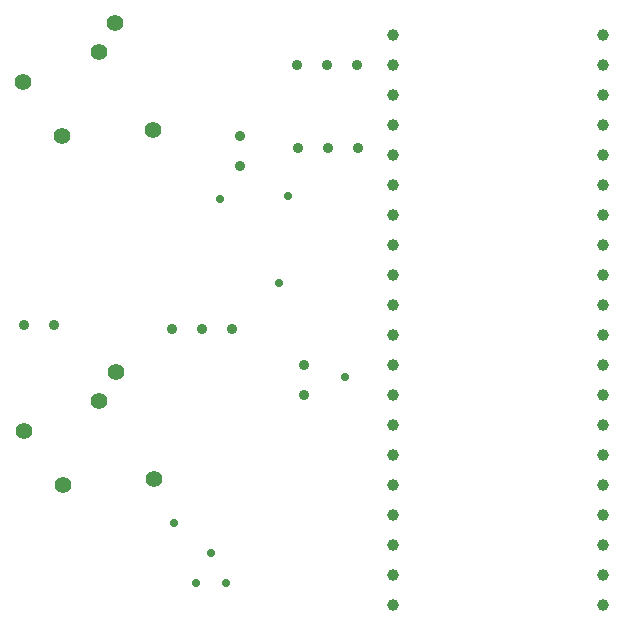
<source format=gbr>
%TF.GenerationSoftware,Altium Limited,Altium Designer,25.8.1 (18)*%
G04 Layer_Color=0*
%FSLAX45Y45*%
%MOMM*%
%TF.SameCoordinates,EFCC0B50-9DCE-48EA-B2C5-4199F32896F4*%
%TF.FilePolarity,Positive*%
%TF.FileFunction,Plated,1,2,PTH,Drill*%
%TF.Part,Single*%
G01*
G75*
%TA.AperFunction,ComponentDrill*%
%ADD46C,0.90000*%
%ADD47C,1.00000*%
%ADD48C,1.40000*%
%ADD49C,0.90000*%
%ADD50C,1.40000*%
%ADD51C,0.70000*%
%TA.AperFunction,ViaDrill,NotFilled*%
%ADD52C,0.71120*%
D46*
X5168900Y9639300D02*
D03*
Y9385300D02*
D03*
X4622800Y11328400D02*
D03*
Y11582400D02*
D03*
D47*
X5918200Y12433300D02*
D03*
Y12179300D02*
D03*
Y11671300D02*
D03*
Y11417300D02*
D03*
Y11163300D02*
D03*
Y10909300D02*
D03*
Y10401300D02*
D03*
Y10147300D02*
D03*
Y9893300D02*
D03*
Y9639300D02*
D03*
Y9131300D02*
D03*
Y8877300D02*
D03*
Y8623300D02*
D03*
Y8369300D02*
D03*
Y7861300D02*
D03*
X7696200Y12433300D02*
D03*
Y12179300D02*
D03*
Y11671300D02*
D03*
Y11417300D02*
D03*
Y11163300D02*
D03*
Y10909300D02*
D03*
Y10401300D02*
D03*
Y10147300D02*
D03*
Y9893300D02*
D03*
Y9639300D02*
D03*
Y9131300D02*
D03*
Y8877300D02*
D03*
Y8623300D02*
D03*
Y8369300D02*
D03*
Y7861300D02*
D03*
Y7607300D02*
D03*
X5918200D02*
D03*
X7696200Y11925300D02*
D03*
Y8115300D02*
D03*
Y10655300D02*
D03*
Y9385300D02*
D03*
X5918200Y11925300D02*
D03*
Y10655300D02*
D03*
Y9385300D02*
D03*
Y8115300D02*
D03*
D48*
X2794200Y9078300D02*
D03*
X2789000Y12033600D02*
D03*
X3889000Y11633600D02*
D03*
X3894200Y8678300D02*
D03*
D49*
X2794000Y9982200D02*
D03*
X5118100Y11480800D02*
D03*
X5105400Y12179300D02*
D03*
X5372100Y11480800D02*
D03*
X5359400Y12179300D02*
D03*
X5613400D02*
D03*
X3048000Y9982200D02*
D03*
X5626100Y11480800D02*
D03*
X4559300Y9944100D02*
D03*
X4305300D02*
D03*
X4051300D02*
D03*
D50*
X3119000Y11578600D02*
D03*
X3429000Y12293600D02*
D03*
X3569000Y12538600D02*
D03*
X3124200Y8623300D02*
D03*
X3434200Y9338300D02*
D03*
X3574200Y9583300D02*
D03*
D51*
X4508500Y7797800D02*
D03*
X4254500D02*
D03*
X4381500Y8051800D02*
D03*
D52*
X4953000Y10337800D02*
D03*
X5029200Y11074400D02*
D03*
X4064000Y8305800D02*
D03*
X4457700Y11049000D02*
D03*
X5518300Y9537700D02*
D03*
%TF.MD5,3a61569e67d1579fe002203ff34b7e86*%
M02*

</source>
